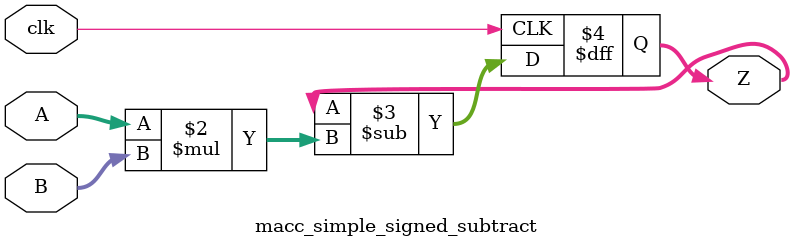
<source format=v>

module macc_simple (
    input  wire       clk,
    input  wire [5:0] A,
    input  wire [5:0] B,
    output reg  [8:0] Z
);

    always @(posedge clk)
        Z <= Z + (A * B);

endmodule

module macc_simple_clr (
    input  wire       clk,
    input  wire       clr,
    input  wire [5:0] A,
    input  wire [5:0] B,
    output reg  [6:0] Z
);

    always @(posedge clk)
        if (clr) Z <=     (A * B);
        else     Z <= Z + (A * B);

endmodule

module macc_simple_arst (
    input  wire       clk,
    input  wire       rst,
    input  wire [5:0] A,
    input  wire [5:0] B,
    output reg  [8:0] Z
);

    always @(posedge clk or posedge rst)
        if (rst) Z <= 0;
        else     Z <= Z + (A * B);

endmodule

module macc_simple_ena (
    input  wire       clk,
    input  wire       ena,
    input  wire [5:0] A,
    input  wire [5:0] B,
    output reg  [8:0] Z
);

    always @(posedge clk)
        if (ena) Z <= Z + (A * B);

endmodule

module macc_simple_arst_clr_ena (
    input  wire       clk,
    input  wire       rst,
    input  wire       clr,
    input  wire       ena,
    input  wire [5:0] A,
    input  wire [5:0] B,
    output reg  [7:0] Z
);

    always @(posedge clk or posedge rst)
        if (rst)     Z <= 0;
        else if (ena) begin
            if (clr) Z <=     (A * B);
            else     Z <= Z + (A * B);
        end

endmodule

module macc_simple_preacc (
    input  wire       clk,
    input  wire [4:0] A,
    input  wire [4:0] B,
    output wire [7:0] Z
);

    reg [7:0] acc;

    assign Z = acc + (A * B);

    always @(posedge clk)
        acc <= Z;

endmodule

module macc_simple_preacc_clr (
    input  wire       clk,
    input  wire       clr,
    input  wire [5:0] A,
    input  wire [5:0] B,
    output reg  [7:0] Z
);

    reg [7:0] acc;

    assign Z = (clr) ? (A * B) : (acc + (A * B));

    always @(posedge clk)
        acc <= Z;

endmodule

module macc_simple_signed (
    input  wire        clk,
    input  wire signed [4:0] A,
    input  wire signed [4:0] B,
    output reg  signed [7:0] Z
);

    always @(posedge clk)
        Z <= Z + (A * B);

endmodule

module macc_simple_signed_subtract (
    input  wire        clk,
    input  wire signed [4:0] A,
    input  wire signed [4:0] B,
    output reg  signed [7:0] Z
);

    always @(posedge clk)
        Z <= Z - (A * B);

endmodule


</source>
